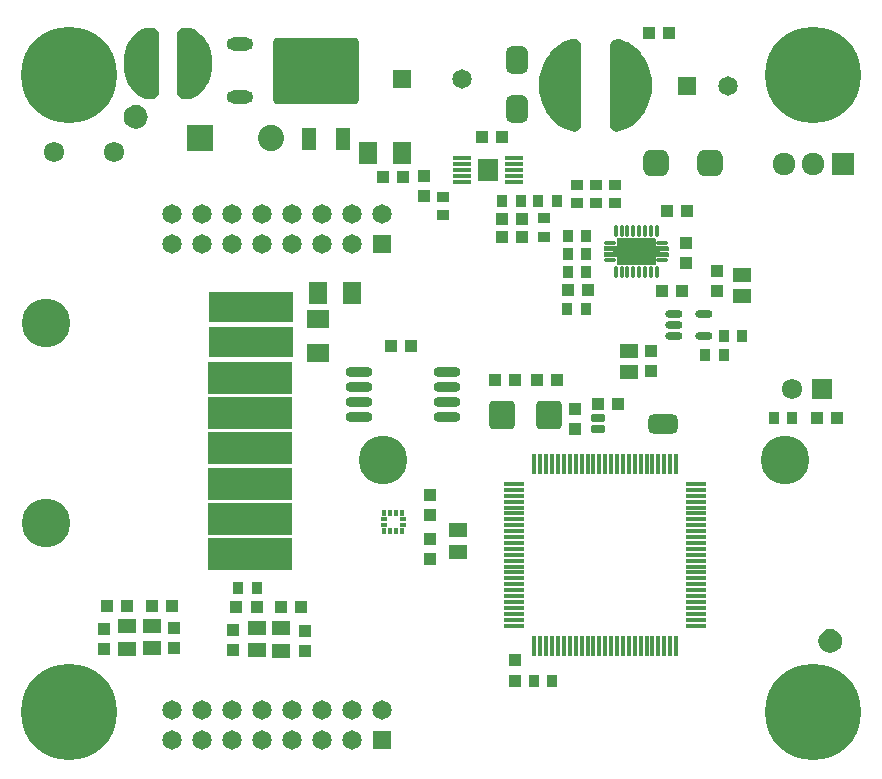
<source format=gts>
G04 Layer_Color=8388736*
%FSLAX24Y24*%
%MOIN*%
G70*
G01*
G75*
%ADD78R,0.2803X0.1032*%
%ADD79R,0.0441X0.0402*%
%ADD80R,0.0323X0.0402*%
%ADD81R,0.0402X0.0323*%
%ADD82R,0.0402X0.0441*%
G04:AMPARAMS|DCode=83|XSize=95.3mil|YSize=87.4mil|CornerRadius=14.8mil|HoleSize=0mil|Usage=FLASHONLY|Rotation=270.000|XOffset=0mil|YOffset=0mil|HoleType=Round|Shape=RoundedRectangle|*
%AMROUNDEDRECTD83*
21,1,0.0953,0.0579,0,0,270.0*
21,1,0.0657,0.0874,0,0,270.0*
1,1,0.0295,-0.0289,-0.0329*
1,1,0.0295,-0.0289,0.0329*
1,1,0.0295,0.0289,0.0329*
1,1,0.0295,0.0289,-0.0329*
%
%ADD83ROUNDEDRECTD83*%
%ADD84O,0.0677X0.0165*%
%ADD85O,0.0165X0.0677*%
%ADD86R,0.0598X0.0461*%
%ADD87R,0.0618X0.0500*%
%ADD88O,0.0579X0.0283*%
%ADD89R,0.0461X0.0736*%
%ADD90R,0.0835X0.0441*%
%ADD91O,0.0382X0.0165*%
%ADD92O,0.0165X0.0382*%
G04:AMPARAMS|DCode=93|XSize=87.4mil|YSize=83.5mil|CornerRadius=22mil|HoleSize=0mil|Usage=FLASHONLY|Rotation=270.000|XOffset=0mil|YOffset=0mil|HoleType=Round|Shape=RoundedRectangle|*
%AMROUNDEDRECTD93*
21,1,0.0874,0.0394,0,0,270.0*
21,1,0.0433,0.0835,0,0,270.0*
1,1,0.0441,-0.0197,-0.0217*
1,1,0.0441,-0.0197,0.0217*
1,1,0.0441,0.0197,0.0217*
1,1,0.0441,0.0197,-0.0217*
%
%ADD93ROUNDEDRECTD93*%
%ADD94C,0.0520*%
%ADD95R,0.0756X0.0598*%
%ADD96R,0.0835X0.0835*%
%ADD97R,0.0598X0.0756*%
%ADD98O,0.0618X0.0165*%
%ADD99R,0.0657X0.0776*%
G04:AMPARAMS|DCode=100|XSize=91.3mil|YSize=73.6mil|CornerRadius=19.6mil|HoleSize=0mil|Usage=FLASHONLY|Rotation=270.000|XOffset=0mil|YOffset=0mil|HoleType=Round|Shape=RoundedRectangle|*
%AMROUNDEDRECTD100*
21,1,0.0913,0.0344,0,0,270.0*
21,1,0.0522,0.0736,0,0,270.0*
1,1,0.0392,-0.0172,-0.0261*
1,1,0.0392,-0.0172,0.0261*
1,1,0.0392,0.0172,0.0261*
1,1,0.0392,0.0172,-0.0261*
%
%ADD100ROUNDEDRECTD100*%
%ADD101R,0.0441X0.0441*%
G04:AMPARAMS|DCode=102|XSize=48mil|YSize=28.3mil|CornerRadius=8.3mil|HoleSize=0mil|Usage=FLASHONLY|Rotation=0.000|XOffset=0mil|YOffset=0mil|HoleType=Round|Shape=RoundedRectangle|*
%AMROUNDEDRECTD102*
21,1,0.0480,0.0118,0,0,0.0*
21,1,0.0315,0.0283,0,0,0.0*
1,1,0.0165,0.0157,-0.0059*
1,1,0.0165,-0.0157,-0.0059*
1,1,0.0165,-0.0157,0.0059*
1,1,0.0165,0.0157,0.0059*
%
%ADD102ROUNDEDRECTD102*%
G04:AMPARAMS|DCode=103|XSize=99.2mil|YSize=63.8mil|CornerRadius=17.1mil|HoleSize=0mil|Usage=FLASHONLY|Rotation=0.000|XOffset=0mil|YOffset=0mil|HoleType=Round|Shape=RoundedRectangle|*
%AMROUNDEDRECTD103*
21,1,0.0992,0.0295,0,0,0.0*
21,1,0.0650,0.0638,0,0,0.0*
1,1,0.0343,0.0325,-0.0148*
1,1,0.0343,-0.0325,-0.0148*
1,1,0.0343,-0.0325,0.0148*
1,1,0.0343,0.0325,0.0148*
%
%ADD103ROUNDEDRECTD103*%
%ADD104O,0.0897X0.0343*%
%ADD105O,0.0894X0.0441*%
G04:AMPARAMS|DCode=106|XSize=284.3mil|YSize=223.2mil|CornerRadius=13.3mil|HoleSize=0mil|Usage=FLASHONLY|Rotation=0.000|XOffset=0mil|YOffset=0mil|HoleType=Round|Shape=RoundedRectangle|*
%AMROUNDEDRECTD106*
21,1,0.2843,0.1967,0,0,0.0*
21,1,0.2577,0.2232,0,0,0.0*
1,1,0.0266,0.1288,-0.0983*
1,1,0.0266,-0.1288,-0.0983*
1,1,0.0266,-0.1288,0.0983*
1,1,0.0266,0.1288,0.0983*
%
%ADD106ROUNDEDRECTD106*%
%ADD107R,0.0165X0.0205*%
%ADD108R,0.0205X0.0165*%
%ADD109R,0.2836X0.1064*%
%ADD110C,0.0647*%
%ADD111R,0.0647X0.0647*%
%ADD112C,0.1622*%
%ADD113C,0.3197*%
%ADD114C,0.0756*%
%ADD115R,0.0756X0.0756*%
%ADD116C,0.0677*%
%ADD117R,0.0874X0.0874*%
%ADD118C,0.0874*%
%ADD119R,0.0677X0.0677*%
G36*
X33714Y45337D02*
X33717Y45338D01*
X33784Y45327D01*
X33790Y45324D01*
X33797Y45323D01*
X33858Y45293D01*
X33862Y45287D01*
X33869Y45285D01*
X33916Y45237D01*
X33919Y45230D01*
X33924Y45226D01*
X33955Y45165D01*
X33956Y45158D01*
X33959Y45152D01*
X33970Y45086D01*
X33969Y45082D01*
X33970Y45079D01*
Y43228D01*
X33969Y43225D01*
X33970Y43222D01*
X33959Y43155D01*
X33956Y43149D01*
X33955Y43142D01*
X33924Y43081D01*
X33919Y43077D01*
X33916Y43070D01*
X33869Y43023D01*
X33862Y43020D01*
X33858Y43015D01*
X33797Y42984D01*
X33790Y42983D01*
X33784Y42980D01*
X33717Y42969D01*
X33714Y42970D01*
X33711Y42969D01*
X33651D01*
X33649Y42969D01*
X33646Y42969D01*
X33526Y42981D01*
X33522Y42983D01*
X33518Y42982D01*
X33403Y43017D01*
X33399Y43020D01*
X33395Y43020D01*
X33288Y43077D01*
X33285Y43081D01*
X33281Y43082D01*
X33188Y43159D01*
X33187Y43161D01*
X33185Y43161D01*
X33155Y43192D01*
X33154Y43193D01*
X33153Y43194D01*
X33041Y43322D01*
X33040Y43325D01*
X33037Y43327D01*
X32944Y43469D01*
X32944Y43472D01*
X32941Y43474D01*
X32869Y43628D01*
X32868Y43629D01*
X32867Y43631D01*
X32866Y43634D01*
X32866Y43635D01*
X32865Y43636D01*
X32820Y43777D01*
X32820Y43779D01*
X32819Y43782D01*
X32791Y43927D01*
X32792Y43929D01*
X32791Y43932D01*
X32782Y44079D01*
X32782Y44080D01*
X32782Y44082D01*
X32782Y44213D01*
X32782Y44214D01*
X32782Y44215D01*
X32791Y44371D01*
X32793Y44373D01*
X32792Y44376D01*
X32821Y44529D01*
X32822Y44531D01*
X32822Y44534D01*
X32870Y44683D01*
X32871Y44683D01*
X32871Y44685D01*
X32871Y44685D01*
X32872Y44687D01*
X32872Y44688D01*
X32942Y44836D01*
X32945Y44838D01*
X32945Y44841D01*
X33035Y44978D01*
X33037Y44980D01*
X33038Y44983D01*
X33146Y45106D01*
X33147Y45107D01*
X33148Y45109D01*
X33191Y45152D01*
X33193Y45153D01*
X33194Y45155D01*
X33284Y45229D01*
X33288Y45230D01*
X33291Y45233D01*
X33394Y45288D01*
X33398Y45289D01*
X33402Y45291D01*
X33513Y45325D01*
X33518Y45325D01*
X33522Y45327D01*
X33638Y45338D01*
X33640Y45338D01*
X33642Y45339D01*
X33711D01*
X33714Y45337D01*
D02*
G37*
G36*
X34875Y45338D02*
X34877Y45338D01*
X34997Y45327D01*
X35001Y45324D01*
X35006Y45325D01*
X35121Y45290D01*
X35125Y45287D01*
X35129Y45287D01*
X35235Y45230D01*
X35238Y45226D01*
X35242Y45225D01*
X35336Y45148D01*
X35337Y45146D01*
X35339Y45146D01*
X35369Y45116D01*
X35369Y45114D01*
X35371Y45113D01*
X35483Y44985D01*
X35484Y44982D01*
X35486Y44980D01*
X35579Y44838D01*
X35580Y44835D01*
X35582Y44833D01*
X35655Y44679D01*
X35655Y44678D01*
X35656Y44677D01*
X35657Y44673D01*
X35657Y44672D01*
X35658Y44671D01*
X35704Y44530D01*
X35703Y44528D01*
X35705Y44525D01*
X35732Y44381D01*
X35732Y44378D01*
X35733Y44375D01*
X35742Y44228D01*
X35742Y44227D01*
X35742Y44226D01*
X35742Y44094D01*
X35742Y44093D01*
X35742Y44092D01*
X35732Y43936D01*
X35731Y43934D01*
X35732Y43931D01*
X35703Y43778D01*
X35701Y43776D01*
X35701Y43773D01*
X35654Y43625D01*
X35653Y43624D01*
X35653Y43622D01*
X35653Y43622D01*
X35652Y43620D01*
X35651Y43619D01*
X35581Y43471D01*
X35579Y43469D01*
X35579Y43466D01*
X35489Y43329D01*
X35486Y43327D01*
X35485Y43324D01*
X35378Y43201D01*
X35377Y43200D01*
X35376Y43199D01*
X35333Y43155D01*
X35331Y43154D01*
X35330Y43152D01*
X35239Y43079D01*
X35235Y43077D01*
X35232Y43074D01*
X35130Y43019D01*
X35125Y43018D01*
X35122Y43016D01*
X35010Y42982D01*
X35006Y42982D01*
X35002Y42980D01*
X34886Y42969D01*
X34884Y42969D01*
X34882Y42969D01*
X34813D01*
X34810Y42970D01*
X34806Y42969D01*
X34739Y42980D01*
X34733Y42983D01*
X34726Y42984D01*
X34666Y43015D01*
X34662Y43020D01*
X34655Y43023D01*
X34607Y43070D01*
X34605Y43077D01*
X34599Y43081D01*
X34568Y43142D01*
X34568Y43149D01*
X34564Y43155D01*
X34554Y43222D01*
X34555Y43225D01*
X34553Y43228D01*
Y45079D01*
X34555Y45082D01*
X34554Y45086D01*
X34564Y45152D01*
X34568Y45158D01*
X34568Y45165D01*
X34599Y45226D01*
X34605Y45230D01*
X34607Y45237D01*
X34655Y45285D01*
X34662Y45287D01*
X34666Y45293D01*
X34726Y45323D01*
X34733Y45324D01*
X34739Y45327D01*
X34806Y45338D01*
X34810Y45337D01*
X34813Y45339D01*
X34873D01*
X34875Y45338D01*
D02*
G37*
G36*
X49305Y44961D02*
X49308Y44959D01*
X49313Y44959D01*
X49442Y44918D01*
X49444Y44917D01*
X49445Y44917D01*
X49596Y44857D01*
X49599Y44854D01*
X49602Y44854D01*
X49742Y44771D01*
X49744Y44768D01*
X49747Y44767D01*
X49872Y44663D01*
X49873Y44661D01*
X49875Y44661D01*
X49880Y44656D01*
X49880Y44655D01*
X49882Y44654D01*
X50031Y44488D01*
X50032Y44485D01*
X50034Y44484D01*
X50160Y44300D01*
X50161Y44297D01*
X50163Y44295D01*
X50263Y44096D01*
X50263Y44093D01*
X50265Y44091D01*
X50338Y43880D01*
X50338Y43877D01*
X50340Y43874D01*
X50384Y43656D01*
X50383Y43653D01*
X50385Y43650D01*
X50399Y43428D01*
X50398Y43425D01*
X50399Y43422D01*
X50385Y43200D01*
X50383Y43197D01*
X50384Y43194D01*
X50340Y42976D01*
X50338Y42973D01*
X50338Y42970D01*
X50265Y42760D01*
X50263Y42758D01*
X50263Y42755D01*
X50163Y42555D01*
X50161Y42554D01*
X50160Y42551D01*
X50034Y42367D01*
X50032Y42365D01*
X50031Y42362D01*
X49882Y42196D01*
X49880Y42196D01*
X49880Y42194D01*
X49877Y42192D01*
X49876Y42191D01*
X49875Y42190D01*
X49748Y42085D01*
X49745Y42084D01*
X49743Y42081D01*
X49601Y41996D01*
X49598Y41996D01*
X49595Y41993D01*
X49442Y41932D01*
X49441Y41932D01*
X49439Y41931D01*
X49305Y41889D01*
X49301Y41889D01*
X49297Y41887D01*
X49224Y41879D01*
X49216Y41881D01*
X49208Y41880D01*
X49137Y41899D01*
X49131Y41904D01*
X49123Y41906D01*
X49063Y41949D01*
X49059Y41956D01*
X49052Y41961D01*
X49013Y42023D01*
X49012Y42031D01*
X49007Y42038D01*
X48994Y42110D01*
X48995Y42114D01*
X48993Y42118D01*
Y44724D01*
X48995Y44728D01*
X48994Y44732D01*
X49008Y44806D01*
X49012Y44813D01*
X49014Y44821D01*
X49054Y44885D01*
X49061Y44890D01*
X49065Y44897D01*
X49126Y44942D01*
X49134Y44944D01*
X49140Y44949D01*
X49214Y44968D01*
X49222Y44967D01*
X49230Y44969D01*
X49305Y44961D01*
D02*
G37*
G36*
X47811Y44969D02*
X47819Y44970D01*
X47890Y44952D01*
X47897Y44947D01*
X47905Y44945D01*
X47964Y44901D01*
X47968Y44894D01*
X47975Y44889D01*
X48014Y44827D01*
X48016Y44819D01*
X48020Y44812D01*
X48034Y44740D01*
X48033Y44736D01*
X48035Y44732D01*
Y42126D01*
X48033Y42122D01*
X48034Y42118D01*
X48020Y42044D01*
X48015Y42037D01*
X48014Y42029D01*
X47974Y41965D01*
X47967Y41960D01*
X47963Y41953D01*
X47902Y41908D01*
X47894Y41906D01*
X47887Y41901D01*
X47814Y41882D01*
X47806Y41883D01*
X47798Y41881D01*
X47723Y41890D01*
X47719Y41892D01*
X47715Y41891D01*
X47585Y41932D01*
X47584Y41933D01*
X47582Y41933D01*
X47431Y41994D01*
X47429Y41996D01*
X47425Y41997D01*
X47286Y42080D01*
X47284Y42083D01*
X47280Y42084D01*
X47155Y42188D01*
X47154Y42189D01*
X47153Y42190D01*
X47148Y42194D01*
X47147Y42196D01*
X47146Y42196D01*
X46997Y42362D01*
X46996Y42365D01*
X46993Y42367D01*
X46868Y42551D01*
X46867Y42554D01*
X46865Y42555D01*
X46765Y42755D01*
X46764Y42758D01*
X46762Y42760D01*
X46689Y42970D01*
X46690Y42973D01*
X46688Y42976D01*
X46644Y43194D01*
X46644Y43197D01*
X46643Y43200D01*
X46628Y43422D01*
X46629Y43425D01*
X46628Y43428D01*
X46643Y43650D01*
X46644Y43653D01*
X46644Y43656D01*
X46688Y43874D01*
X46690Y43877D01*
X46689Y43880D01*
X46762Y44091D01*
X46764Y44093D01*
X46765Y44096D01*
X46865Y44295D01*
X46867Y44297D01*
X46868Y44300D01*
X46993Y44484D01*
X46996Y44485D01*
X46997Y44488D01*
X47146Y44654D01*
X47147Y44655D01*
X47148Y44656D01*
X47150Y44658D01*
X47152Y44659D01*
X47153Y44661D01*
X47279Y44766D01*
X47283Y44767D01*
X47285Y44770D01*
X47426Y44854D01*
X47430Y44855D01*
X47432Y44857D01*
X47585Y44918D01*
X47587Y44918D01*
X47588Y44919D01*
X47723Y44961D01*
X47727Y44961D01*
X47730Y44963D01*
X47803Y44972D01*
X47811Y44969D01*
D02*
G37*
G36*
X33292Y42756D02*
X33388Y42716D01*
X33470Y42653D01*
X33533Y42571D01*
X33573Y42475D01*
X33586Y42372D01*
X33573Y42269D01*
X33533Y42174D01*
X33470Y42091D01*
X33388Y42028D01*
X33292Y41988D01*
X33189Y41975D01*
X33086Y41988D01*
X32990Y42028D01*
X32908Y42091D01*
X32845Y42174D01*
X32805Y42269D01*
X32792Y42372D01*
X32805Y42475D01*
X32845Y42571D01*
X32908Y42653D01*
X32990Y42716D01*
X33086Y42756D01*
X33189Y42769D01*
X33292Y42756D01*
D02*
G37*
G36*
X50506Y38321D02*
X50514Y38305D01*
Y38065D01*
X50919D01*
X50931Y38061D01*
X50943Y38053D01*
X50949Y38041D01*
Y37943D01*
X50936Y37912D01*
X50906Y37900D01*
X50663D01*
Y37868D01*
X50906D01*
X50936Y37855D01*
X50949Y37825D01*
Y37726D01*
X50935Y37711D01*
X50911Y37703D01*
X50514D01*
Y37467D01*
X50510Y37447D01*
X50490Y37439D01*
X49250D01*
X49238Y37447D01*
X49230Y37459D01*
Y37703D01*
X48821D01*
X48805Y37711D01*
X48795Y37726D01*
Y37825D01*
X48808Y37855D01*
X48839Y37868D01*
X49081D01*
Y37900D01*
X48839D01*
X48808Y37912D01*
X48795Y37943D01*
Y38041D01*
X48805Y38053D01*
X48821Y38061D01*
X48833Y38065D01*
X49230D01*
Y38309D01*
X49238Y38321D01*
X49250Y38329D01*
X50494D01*
X50506Y38321D01*
D02*
G37*
G36*
X56441Y25285D02*
X56537Y25245D01*
X56619Y25182D01*
X56682Y25100D01*
X56722Y25004D01*
X56736Y24902D01*
X56722Y24799D01*
X56682Y24703D01*
X56619Y24621D01*
X56537Y24558D01*
X56441Y24518D01*
X56339Y24504D01*
X56236Y24518D01*
X56140Y24558D01*
X56058Y24621D01*
X55995Y24703D01*
X55955Y24799D01*
X55941Y24902D01*
X55955Y25004D01*
X55995Y25100D01*
X56058Y25182D01*
X56140Y25245D01*
X56236Y25285D01*
X56339Y25299D01*
X56441Y25285D01*
D02*
G37*
D78*
X37035Y34862D02*
D03*
Y36043D02*
D03*
D79*
X51398Y36565D02*
D03*
X50728D02*
D03*
X47598Y36594D02*
D03*
X48268D02*
D03*
X51575Y39232D02*
D03*
X50906D02*
D03*
X45827Y33593D02*
D03*
X45157D02*
D03*
X46575D02*
D03*
X47244D02*
D03*
X32224Y26063D02*
D03*
X32894D02*
D03*
X36545Y26023D02*
D03*
X37215D02*
D03*
X38691Y26024D02*
D03*
X38022D02*
D03*
X50305Y45167D02*
D03*
X50974D02*
D03*
X34400Y26064D02*
D03*
X33730D02*
D03*
X41427Y40374D02*
D03*
X42096D02*
D03*
X44715Y41703D02*
D03*
X45384D02*
D03*
X45404Y38976D02*
D03*
X46073D02*
D03*
X45404Y38366D02*
D03*
X46073D02*
D03*
X49252Y32815D02*
D03*
X48583D02*
D03*
X56575Y32343D02*
D03*
X55906D02*
D03*
X42352Y34724D02*
D03*
X41683D02*
D03*
D80*
X48189Y35984D02*
D03*
X47579D02*
D03*
X48208Y37195D02*
D03*
X47598D02*
D03*
X48208Y37795D02*
D03*
X47598D02*
D03*
X48208Y38396D02*
D03*
X47598D02*
D03*
X36604Y26663D02*
D03*
X37214D02*
D03*
X52175Y34429D02*
D03*
X52785D02*
D03*
X52785Y35079D02*
D03*
X53395D02*
D03*
X45404Y39577D02*
D03*
X46014D02*
D03*
X46604D02*
D03*
X47214D02*
D03*
X47067Y23583D02*
D03*
X46457D02*
D03*
X54468Y32343D02*
D03*
X55079D02*
D03*
D81*
X47884Y39488D02*
D03*
Y40098D02*
D03*
X48524Y39488D02*
D03*
Y40098D02*
D03*
X49154Y39488D02*
D03*
Y40098D02*
D03*
X43445Y39104D02*
D03*
Y39714D02*
D03*
X46782Y38376D02*
D03*
Y38986D02*
D03*
D82*
X51516Y37510D02*
D03*
Y38179D02*
D03*
X34478Y25325D02*
D03*
Y24656D02*
D03*
X32146Y25315D02*
D03*
Y24646D02*
D03*
X36437Y25256D02*
D03*
Y24587D02*
D03*
X38829Y25246D02*
D03*
Y24577D02*
D03*
X50374Y34567D02*
D03*
Y33898D02*
D03*
X52559Y36565D02*
D03*
Y37234D02*
D03*
X42805Y39734D02*
D03*
Y40404D02*
D03*
X47844Y32638D02*
D03*
Y31969D02*
D03*
X45837Y24252D02*
D03*
Y23583D02*
D03*
X43002Y27628D02*
D03*
Y28297D02*
D03*
X42992Y29774D02*
D03*
Y29104D02*
D03*
D83*
X46978Y32431D02*
D03*
X45404D02*
D03*
D84*
X45807Y30138D02*
D03*
Y29941D02*
D03*
Y29744D02*
D03*
Y29547D02*
D03*
Y29350D02*
D03*
Y29154D02*
D03*
Y28957D02*
D03*
Y28760D02*
D03*
Y28563D02*
D03*
Y28366D02*
D03*
Y28169D02*
D03*
Y27972D02*
D03*
X51870D02*
D03*
Y28169D02*
D03*
Y28366D02*
D03*
Y28563D02*
D03*
Y28760D02*
D03*
Y28957D02*
D03*
Y29154D02*
D03*
Y29350D02*
D03*
Y29547D02*
D03*
Y29744D02*
D03*
Y29941D02*
D03*
Y30138D02*
D03*
X45807Y27579D02*
D03*
Y27382D02*
D03*
Y27185D02*
D03*
Y26988D02*
D03*
Y26791D02*
D03*
Y26594D02*
D03*
Y26398D02*
D03*
Y26201D02*
D03*
Y26004D02*
D03*
Y25807D02*
D03*
Y25610D02*
D03*
Y25413D02*
D03*
X51870D02*
D03*
Y25610D02*
D03*
Y25807D02*
D03*
Y26004D02*
D03*
Y26201D02*
D03*
Y26398D02*
D03*
Y26594D02*
D03*
Y26791D02*
D03*
Y26988D02*
D03*
Y27185D02*
D03*
Y27382D02*
D03*
Y27579D02*
D03*
X45807Y27776D02*
D03*
X51870D02*
D03*
D85*
X48642Y30807D02*
D03*
X48445D02*
D03*
X48248D02*
D03*
X48051D02*
D03*
X47854D02*
D03*
X47657D02*
D03*
X47461D02*
D03*
X47264D02*
D03*
X47067D02*
D03*
X46870D02*
D03*
X46673D02*
D03*
X46476D02*
D03*
X51201D02*
D03*
X51004D02*
D03*
X50807D02*
D03*
X50610D02*
D03*
X50413D02*
D03*
X50217D02*
D03*
X50020D02*
D03*
X49823D02*
D03*
X49626D02*
D03*
X49429D02*
D03*
X49232D02*
D03*
X49035D02*
D03*
X46476Y24744D02*
D03*
X46673D02*
D03*
X46870D02*
D03*
X47067D02*
D03*
X47264D02*
D03*
X47461D02*
D03*
X47657D02*
D03*
X47854D02*
D03*
X48051D02*
D03*
X48248D02*
D03*
X48445D02*
D03*
X48642D02*
D03*
X49035D02*
D03*
X49232D02*
D03*
X49429D02*
D03*
X49626D02*
D03*
X49823D02*
D03*
X50020D02*
D03*
X50217D02*
D03*
X50413D02*
D03*
X50610D02*
D03*
X50807D02*
D03*
X51004D02*
D03*
X51201D02*
D03*
X48839Y30807D02*
D03*
Y24744D02*
D03*
D86*
X33730Y24656D02*
D03*
Y25404D02*
D03*
X32894Y24646D02*
D03*
Y25394D02*
D03*
X37215Y25335D02*
D03*
Y24587D02*
D03*
X38022Y25325D02*
D03*
Y24577D02*
D03*
D87*
X49636Y33858D02*
D03*
Y34567D02*
D03*
X53396Y36398D02*
D03*
Y37106D02*
D03*
X43917Y28593D02*
D03*
Y27884D02*
D03*
D88*
X51132Y35443D02*
D03*
X52116Y35817D02*
D03*
X51132D02*
D03*
X52116Y35069D02*
D03*
X51132D02*
D03*
D89*
X38947Y41624D02*
D03*
X40089D02*
D03*
D90*
X49872Y37884D02*
D03*
D91*
X50738Y37589D02*
D03*
Y38179D02*
D03*
X49006Y37589D02*
D03*
Y38179D02*
D03*
D92*
X50561Y37215D02*
D03*
X50364D02*
D03*
X50167D02*
D03*
X49970D02*
D03*
X49774D02*
D03*
X49577D02*
D03*
X49380D02*
D03*
X49183D02*
D03*
Y38553D02*
D03*
X49380D02*
D03*
X49577D02*
D03*
X49774D02*
D03*
X49970D02*
D03*
X50167D02*
D03*
X50364D02*
D03*
X50561D02*
D03*
D93*
X50522Y40837D02*
D03*
X52333D02*
D03*
D94*
X33189Y42372D02*
D03*
X56339Y24902D02*
D03*
D95*
X39262Y35630D02*
D03*
Y34488D02*
D03*
D96*
X33376Y44154D02*
D03*
X35148D02*
D03*
D97*
X39262Y36496D02*
D03*
X40404D02*
D03*
X42077Y41161D02*
D03*
X40935D02*
D03*
D98*
X44055Y40994D02*
D03*
Y40797D02*
D03*
Y40600D02*
D03*
Y40404D02*
D03*
Y40207D02*
D03*
X45787D02*
D03*
Y40404D02*
D03*
Y40600D02*
D03*
Y40797D02*
D03*
Y40994D02*
D03*
D99*
X44921Y40600D02*
D03*
D100*
X45886Y42648D02*
D03*
Y44262D02*
D03*
D101*
X49564Y43425D02*
D03*
X47464D02*
D03*
D102*
X48583Y31969D02*
D03*
Y32323D02*
D03*
D103*
X50768Y32146D02*
D03*
D104*
X43570Y32858D02*
D03*
X40620D02*
D03*
X43570Y33858D02*
D03*
Y33358D02*
D03*
Y32358D02*
D03*
X40620Y33858D02*
D03*
Y33358D02*
D03*
Y32358D02*
D03*
D105*
X36654Y43020D02*
D03*
Y44815D02*
D03*
D106*
X39213Y43917D02*
D03*
D107*
X41476Y28553D02*
D03*
X41673D02*
D03*
X41870D02*
D03*
X42067D02*
D03*
Y29183D02*
D03*
X41870D02*
D03*
X41673D02*
D03*
X41476D02*
D03*
D108*
X42087Y28770D02*
D03*
Y28967D02*
D03*
X41457D02*
D03*
Y28770D02*
D03*
D109*
X36994Y27785D02*
D03*
Y28967D02*
D03*
Y30148D02*
D03*
Y31329D02*
D03*
Y32510D02*
D03*
Y33681D02*
D03*
D110*
X40395Y21613D02*
D03*
X39395D02*
D03*
X37395D02*
D03*
X36395D02*
D03*
X34395D02*
D03*
X40395Y22613D02*
D03*
X39395D02*
D03*
X37395D02*
D03*
X36395D02*
D03*
X34395D02*
D03*
X38395Y21613D02*
D03*
X35395D02*
D03*
X41395Y22613D02*
D03*
X38395D02*
D03*
X35395D02*
D03*
X52943Y43406D02*
D03*
X40395Y38148D02*
D03*
X39395D02*
D03*
X37395D02*
D03*
X36395D02*
D03*
X34395D02*
D03*
X40395Y39148D02*
D03*
X39395D02*
D03*
X37395D02*
D03*
X36395D02*
D03*
X34395D02*
D03*
X38395Y38148D02*
D03*
X35395D02*
D03*
X41395Y39148D02*
D03*
X38395D02*
D03*
X35395D02*
D03*
X44057Y43642D02*
D03*
D111*
X41395Y21613D02*
D03*
X51565Y43406D02*
D03*
X41395Y38148D02*
D03*
X42057Y43642D02*
D03*
D112*
X30187Y28829D02*
D03*
Y35511D02*
D03*
X41435Y30944D02*
D03*
X54820D02*
D03*
D113*
X30962Y43778D02*
D03*
Y22518D02*
D03*
X55765D02*
D03*
Y43778D02*
D03*
D114*
Y40786D02*
D03*
X54781D02*
D03*
X38022Y34862D02*
D03*
Y33681D02*
D03*
Y36043D02*
D03*
Y32500D02*
D03*
Y31319D02*
D03*
Y30138D02*
D03*
Y28957D02*
D03*
Y27776D02*
D03*
D115*
X56750Y40786D02*
D03*
D116*
X32450Y41200D02*
D03*
X30450D02*
D03*
X55073Y33307D02*
D03*
D117*
X35335Y41663D02*
D03*
D118*
X37697D02*
D03*
D119*
X56073Y33307D02*
D03*
M02*

</source>
